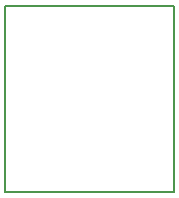
<source format=gm1>
%FSLAX24Y24*%
%MOIN*%
G70*
G01*
G75*
G04 Layer_Color=16711935*
%ADD10R,0.0400X0.0370*%
%ADD11R,0.0315X0.0295*%
%ADD12R,0.0197X0.0236*%
%ADD13R,0.0197X0.0256*%
%ADD14R,0.0295X0.0315*%
G04:AMPARAMS|DCode=15|XSize=19.7mil|YSize=23.6mil|CornerRadius=0mil|HoleSize=0mil|Usage=FLASHONLY|Rotation=45.000|XOffset=0mil|YOffset=0mil|HoleType=Round|Shape=Rectangle|*
%AMROTATEDRECTD15*
4,1,4,0.0014,-0.0153,-0.0153,0.0014,-0.0014,0.0153,0.0153,-0.0014,0.0014,-0.0153,0.0*
%
%ADD15ROTATEDRECTD15*%

G04:AMPARAMS|DCode=16|XSize=47.2mil|YSize=43.3mil|CornerRadius=0mil|HoleSize=0mil|Usage=FLASHONLY|Rotation=225.000|XOffset=0mil|YOffset=0mil|HoleType=Round|Shape=Rectangle|*
%AMROTATEDRECTD16*
4,1,4,0.0014,0.0320,0.0320,0.0014,-0.0014,-0.0320,-0.0320,-0.0014,0.0014,0.0320,0.0*
%
%ADD16ROTATEDRECTD16*%

%ADD17O,0.0256X0.0079*%
%ADD18O,0.0079X0.0256*%
%ADD19R,0.1850X0.1850*%
%ADD20R,0.0236X0.0197*%
%ADD21C,0.0090*%
%ADD22C,0.0150*%
%ADD23C,0.0060*%
%ADD24C,0.0080*%
%ADD25C,0.0370*%
%ADD26C,0.0240*%
%ADD27C,0.0260*%
%ADD28C,0.0098*%
%ADD29C,0.0079*%
%ADD30C,0.0050*%
%ADD31R,0.0375X0.0355*%
%ADD32R,0.0257X0.0296*%
%ADD33R,0.0257X0.0316*%
%ADD34R,0.0355X0.0375*%
G04:AMPARAMS|DCode=35|XSize=25.7mil|YSize=29.6mil|CornerRadius=0mil|HoleSize=0mil|Usage=FLASHONLY|Rotation=45.000|XOffset=0mil|YOffset=0mil|HoleType=Round|Shape=Rectangle|*
%AMROTATEDRECTD35*
4,1,4,0.0014,-0.0196,-0.0196,0.0014,-0.0014,0.0196,0.0196,-0.0014,0.0014,-0.0196,0.0*
%
%ADD35ROTATEDRECTD35*%

G04:AMPARAMS|DCode=36|XSize=53.2mil|YSize=49.3mil|CornerRadius=0mil|HoleSize=0mil|Usage=FLASHONLY|Rotation=225.000|XOffset=0mil|YOffset=0mil|HoleType=Round|Shape=Rectangle|*
%AMROTATEDRECTD36*
4,1,4,0.0014,0.0363,0.0363,0.0014,-0.0014,-0.0363,-0.0363,-0.0014,0.0014,0.0363,0.0*
%
%ADD36ROTATEDRECTD36*%

%ADD37O,0.0316X0.0139*%
%ADD38O,0.0139X0.0316*%
%ADD39R,0.1910X0.1910*%
%ADD40R,0.0296X0.0257*%
D23*
X-2830Y3658D02*
X2800D01*
X-2830Y-2560D02*
Y3658D01*
Y-2560D02*
X2800D01*
Y3658D01*
M02*

</source>
